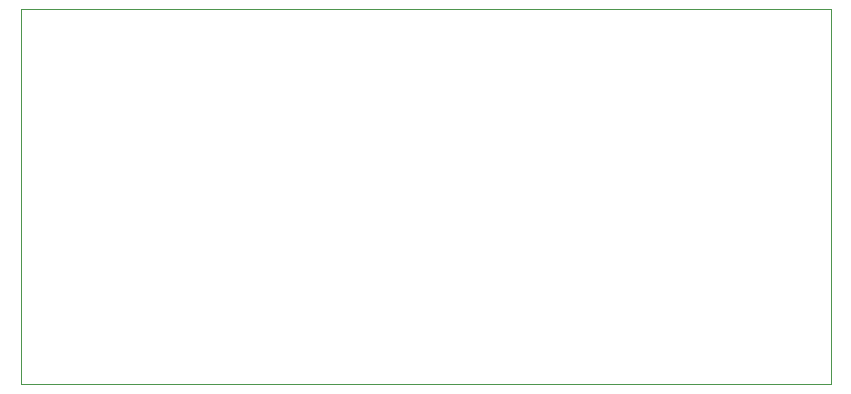
<source format=gbr>
G04 #@! TF.GenerationSoftware,KiCad,Pcbnew,(5.1.2)-1*
G04 #@! TF.CreationDate,2019-05-07T15:40:18+02:00*
G04 #@! TF.ProjectId,Balance_Adapter_Board_For_2_3s_Lipos,42616c61-6e63-4655-9f41-646170746572,rev?*
G04 #@! TF.SameCoordinates,Original*
G04 #@! TF.FileFunction,Profile,NP*
%FSLAX46Y46*%
G04 Gerber Fmt 4.6, Leading zero omitted, Abs format (unit mm)*
G04 Created by KiCad (PCBNEW (5.1.2)-1) date 2019-05-07 15:40:18*
%MOMM*%
%LPD*%
G04 APERTURE LIST*
%ADD10C,0.050000*%
G04 APERTURE END LIST*
D10*
X87630000Y-86360000D02*
X156210000Y-86360000D01*
X87630000Y-54610000D02*
X156210000Y-54610000D01*
X87630000Y-86360000D02*
X87630000Y-54610000D01*
X156210000Y-54610000D02*
X156210000Y-86360000D01*
M02*

</source>
